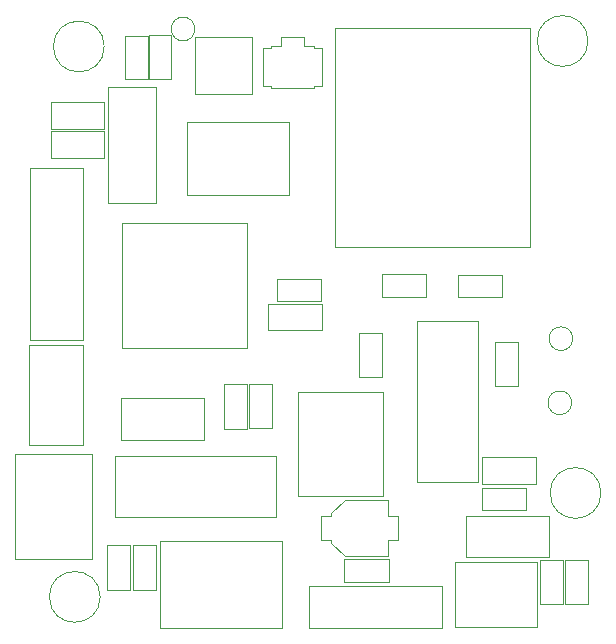
<source format=gbr>
%TF.GenerationSoftware,KiCad,Pcbnew,8.0.4-8.0.4-0~ubuntu24.04.1*%
%TF.CreationDate,2024-09-01T12:42:58+03:00*%
%TF.ProjectId,communication_body,636f6d6d-756e-4696-9361-74696f6e5f62,rev?*%
%TF.SameCoordinates,Original*%
%TF.FileFunction,Other,User*%
%FSLAX46Y46*%
G04 Gerber Fmt 4.6, Leading zero omitted, Abs format (unit mm)*
G04 Created by KiCad (PCBNEW 8.0.4-8.0.4-0~ubuntu24.04.1) date 2024-09-01 12:42:58*
%MOMM*%
%LPD*%
G01*
G04 APERTURE LIST*
%ADD10C,0.050000*%
G04 APERTURE END LIST*
D10*
%TO.C,J7*%
X117970000Y-112402500D02*
X111440000Y-112402500D01*
X117970000Y-112402500D02*
X117970000Y-121302500D01*
X111440000Y-112402500D02*
X111440000Y-121302500D01*
X117970000Y-121302500D02*
X111440000Y-121302500D01*
%TO.C,J5*%
X112665000Y-103165000D02*
X112665000Y-111665000D01*
X112665000Y-111665000D02*
X117165000Y-111665000D01*
X117165000Y-103165000D02*
X112665000Y-103165000D01*
X117165000Y-111665000D02*
X117165000Y-103165000D01*
%TO.C,J4*%
X148715000Y-121565000D02*
X148715000Y-127065000D01*
X148715000Y-127065000D02*
X155615000Y-127065000D01*
X155615000Y-121565000D02*
X148715000Y-121565000D01*
X155615000Y-127065000D02*
X155615000Y-121565000D01*
%TO.C,C11*%
X137360000Y-117625000D02*
X137360000Y-119725000D01*
X137360000Y-119725000D02*
X138210000Y-119725000D01*
X138210000Y-117425000D02*
X138210000Y-117625000D01*
X138210000Y-117425000D02*
X139360000Y-116275000D01*
X138210000Y-117625000D02*
X137360000Y-117625000D01*
X138210000Y-119725000D02*
X138210000Y-119925000D01*
X138210000Y-119925000D02*
X139360000Y-121075000D01*
X139360000Y-116275000D02*
X143010000Y-116275000D01*
X139360000Y-121075000D02*
X143010000Y-121075000D01*
X143010000Y-116275000D02*
X143010000Y-117625000D01*
X143010000Y-117625000D02*
X143860000Y-117625000D01*
X143010000Y-119725000D02*
X143010000Y-121075000D01*
X143860000Y-117625000D02*
X143860000Y-119725000D01*
X143860000Y-119725000D02*
X143010000Y-119725000D01*
%TO.C,R4*%
X155915000Y-121415000D02*
X157815000Y-121415000D01*
X155915000Y-125115000D02*
X155915000Y-121415000D01*
X157815000Y-121415000D02*
X157815000Y-125115000D01*
X157815000Y-125115000D02*
X155915000Y-125115000D01*
%TO.C,AE2*%
X132425000Y-78035000D02*
X133125000Y-78035000D01*
X132425000Y-81235000D02*
X132425000Y-78035000D01*
X132425000Y-81235000D02*
X133125000Y-81235000D01*
X133125000Y-77835000D02*
X133125000Y-78035000D01*
X133125000Y-77835000D02*
X133925000Y-77835000D01*
X133125000Y-81235000D02*
X133125000Y-81435000D01*
X133125000Y-81435000D02*
X136725000Y-81435000D01*
X133925000Y-77135000D02*
X135925000Y-77135000D01*
X133925000Y-77835000D02*
X133925000Y-77135000D01*
X135925000Y-77835000D02*
X135925000Y-77135000D01*
X135925000Y-77835000D02*
X136725000Y-77835000D01*
X136725000Y-77835000D02*
X136725000Y-78035000D01*
X136725000Y-78035000D02*
X137425000Y-78035000D01*
X136725000Y-81235000D02*
X136725000Y-81435000D01*
X136725000Y-81235000D02*
X137425000Y-81235000D01*
X137425000Y-81235000D02*
X137425000Y-78035000D01*
%TO.C,SW1*%
X119315000Y-81365000D02*
X123415000Y-81365000D01*
X119315000Y-91165000D02*
X119315000Y-81365000D01*
X123415000Y-81365000D02*
X123415000Y-91165000D01*
X123415000Y-91165000D02*
X119315000Y-91165000D01*
%TO.C,U2*%
X123690000Y-119752500D02*
X123690000Y-127152500D01*
X123690000Y-127152500D02*
X134090000Y-127152500D01*
X134090000Y-119752500D02*
X123690000Y-119752500D01*
X134090000Y-127152500D02*
X134090000Y-119752500D01*
%TO.C,R3*%
X150975000Y-115285000D02*
X154675000Y-115285000D01*
X150975000Y-117185000D02*
X150975000Y-115285000D01*
X154675000Y-115285000D02*
X154675000Y-117185000D01*
X154675000Y-117185000D02*
X150975000Y-117185000D01*
%TO.C,J6*%
X112715000Y-88215000D02*
X112715000Y-102715000D01*
X112715000Y-102715000D02*
X117215000Y-102715000D01*
X117215000Y-88215000D02*
X112715000Y-88215000D01*
X117215000Y-102715000D02*
X117215000Y-88215000D01*
%TO.C,D1*%
X132835000Y-99695000D02*
X137395000Y-99695000D01*
X132835000Y-101935000D02*
X132835000Y-99695000D01*
X137395000Y-99695000D02*
X137395000Y-101935000D01*
X137395000Y-101935000D02*
X132835000Y-101935000D01*
%TO.C,J1*%
X125985000Y-84295000D02*
X125985000Y-90445000D01*
X125985000Y-90445000D02*
X134635000Y-90445000D01*
X134635000Y-84295000D02*
X125985000Y-84295000D01*
X134635000Y-90445000D02*
X134635000Y-84295000D01*
%TO.C,TP3*%
X158575000Y-108065000D02*
G75*
G02*
X156575000Y-108065000I-1000000J0D01*
G01*
X156575000Y-108065000D02*
G75*
G02*
X158575000Y-108065000I1000000J0D01*
G01*
%TO.C,TP2*%
X126670000Y-76420000D02*
G75*
G02*
X124670000Y-76420000I-1000000J0D01*
G01*
X124670000Y-76420000D02*
G75*
G02*
X126670000Y-76420000I1000000J0D01*
G01*
%TO.C,D5*%
X149665000Y-117615000D02*
X156665000Y-117615000D01*
X149665000Y-121115000D02*
X149665000Y-117615000D01*
X156665000Y-117615000D02*
X156665000Y-121115000D01*
X156665000Y-121115000D02*
X149665000Y-121115000D01*
%TO.C,C10*%
X139335000Y-121265000D02*
X143095000Y-121265000D01*
X139335000Y-123225000D02*
X139335000Y-121265000D01*
X143095000Y-121265000D02*
X143095000Y-123225000D01*
X143095000Y-123225000D02*
X139335000Y-123225000D01*
%TO.C,H2*%
X118995000Y-77900000D02*
G75*
G02*
X114695000Y-77900000I-2150000J0D01*
G01*
X114695000Y-77900000D02*
G75*
G02*
X118995000Y-77900000I2150000J0D01*
G01*
%TO.C,D4*%
X120437500Y-107677500D02*
X127437500Y-107677500D01*
X120437500Y-111177500D02*
X120437500Y-107677500D01*
X127437500Y-107677500D02*
X127437500Y-111177500D01*
X127437500Y-111177500D02*
X120437500Y-111177500D01*
%TO.C,H4*%
X118650000Y-124500000D02*
G75*
G02*
X114350000Y-124500000I-2150000J0D01*
G01*
X114350000Y-124500000D02*
G75*
G02*
X118650000Y-124500000I2150000J0D01*
G01*
%TO.C,C4*%
X131220000Y-106460000D02*
X133180000Y-106460000D01*
X131220000Y-110220000D02*
X131220000Y-106460000D01*
X133180000Y-106460000D02*
X133180000Y-110220000D01*
X133180000Y-110220000D02*
X131220000Y-110220000D01*
%TO.C,C1*%
X152075000Y-102885000D02*
X154035000Y-102885000D01*
X152075000Y-106645000D02*
X152075000Y-102885000D01*
X154035000Y-102885000D02*
X154035000Y-106645000D01*
X154035000Y-106645000D02*
X152075000Y-106645000D01*
%TO.C,AE1*%
X126705000Y-77105000D02*
X131485000Y-77105000D01*
X126705000Y-81885000D02*
X126705000Y-77105000D01*
X126705000Y-81885000D02*
X131485000Y-81885000D01*
X131485000Y-81885000D02*
X131485000Y-77105000D01*
%TO.C,U4*%
X135365000Y-107135000D02*
X135365000Y-115935000D01*
X135365000Y-115935000D02*
X142565000Y-115935000D01*
X142565000Y-107135000D02*
X135365000Y-107135000D01*
X142565000Y-115935000D02*
X142565000Y-107135000D01*
%TO.C,C3*%
X142492500Y-97185000D02*
X146252500Y-97185000D01*
X142492500Y-99145000D02*
X142492500Y-97185000D01*
X146252500Y-97185000D02*
X146252500Y-99145000D01*
X146252500Y-99145000D02*
X142492500Y-99145000D01*
%TO.C,Y1*%
X145465000Y-101165000D02*
X145465000Y-114765000D01*
X145465000Y-114765000D02*
X150665000Y-114765000D01*
X150665000Y-101165000D02*
X145465000Y-101165000D01*
X150665000Y-114765000D02*
X150665000Y-101165000D01*
%TO.C,R6*%
X120770000Y-76970000D02*
X122670000Y-76970000D01*
X120770000Y-80670000D02*
X120770000Y-76970000D01*
X122670000Y-76970000D02*
X122670000Y-80670000D01*
X122670000Y-80670000D02*
X120770000Y-80670000D01*
%TO.C,Y2*%
X119915000Y-112565000D02*
X119915000Y-117765000D01*
X119915000Y-117765000D02*
X133515000Y-117765000D01*
X133515000Y-112565000D02*
X119915000Y-112565000D01*
X133515000Y-117765000D02*
X133515000Y-112565000D01*
%TO.C,TP1*%
X158665000Y-102635000D02*
G75*
G02*
X156665000Y-102635000I-1000000J0D01*
G01*
X156665000Y-102635000D02*
G75*
G02*
X158665000Y-102635000I1000000J0D01*
G01*
%TO.C,D6*%
X114450000Y-82620000D02*
X119010000Y-82620000D01*
X114450000Y-84860000D02*
X114450000Y-82620000D01*
X119010000Y-82620000D02*
X119010000Y-84860000D01*
X119010000Y-84860000D02*
X114450000Y-84860000D01*
%TO.C,C6*%
X129120000Y-106497500D02*
X131080000Y-106497500D01*
X129120000Y-110257500D02*
X129120000Y-106497500D01*
X131080000Y-106497500D02*
X131080000Y-110257500D01*
X131080000Y-110257500D02*
X129120000Y-110257500D01*
%TO.C,H1*%
X161050000Y-115700000D02*
G75*
G02*
X156750000Y-115700000I-2150000J0D01*
G01*
X156750000Y-115700000D02*
G75*
G02*
X161050000Y-115700000I2150000J0D01*
G01*
%TO.C,J2*%
X136365000Y-123565000D02*
X136365000Y-127165000D01*
X136365000Y-127165000D02*
X147565000Y-127165000D01*
X147565000Y-123565000D02*
X136365000Y-123565000D01*
X147565000Y-127165000D02*
X147565000Y-123565000D01*
%TO.C,C7*%
X119195000Y-120145000D02*
X121155000Y-120145000D01*
X119195000Y-123905000D02*
X119195000Y-120145000D01*
X121155000Y-120145000D02*
X121155000Y-123905000D01*
X121155000Y-123905000D02*
X119195000Y-123905000D01*
%TO.C,C2*%
X140585000Y-102135000D02*
X142545000Y-102135000D01*
X140585000Y-105895000D02*
X140585000Y-102135000D01*
X142545000Y-102135000D02*
X142545000Y-105895000D01*
X142545000Y-105895000D02*
X140585000Y-105895000D01*
%TO.C,U3*%
X120465000Y-92815000D02*
X131065000Y-92815000D01*
X120465000Y-103415000D02*
X120465000Y-92815000D01*
X120465000Y-103415000D02*
X131065000Y-103415000D01*
X131065000Y-103415000D02*
X131065000Y-92815000D01*
%TO.C,R1*%
X148975000Y-97225000D02*
X152675000Y-97225000D01*
X148975000Y-99125000D02*
X148975000Y-97225000D01*
X152675000Y-97225000D02*
X152675000Y-99125000D01*
X152675000Y-99125000D02*
X148975000Y-99125000D01*
%TO.C,D3*%
X114450000Y-85080000D02*
X119010000Y-85080000D01*
X114450000Y-87320000D02*
X114450000Y-85080000D01*
X119010000Y-85080000D02*
X119010000Y-87320000D01*
X119010000Y-87320000D02*
X114450000Y-87320000D01*
%TO.C,H3*%
X159950000Y-77435000D02*
G75*
G02*
X155650000Y-77435000I-2150000J0D01*
G01*
X155650000Y-77435000D02*
G75*
G02*
X159950000Y-77435000I2150000J0D01*
G01*
%TO.C,D2*%
X150995000Y-112695000D02*
X155555000Y-112695000D01*
X150995000Y-114935000D02*
X150995000Y-112695000D01*
X155555000Y-112695000D02*
X155555000Y-114935000D01*
X155555000Y-114935000D02*
X150995000Y-114935000D01*
%TO.C,R5*%
X122760000Y-76960000D02*
X124660000Y-76960000D01*
X122760000Y-80660000D02*
X122760000Y-76960000D01*
X124660000Y-76960000D02*
X124660000Y-80660000D01*
X124660000Y-80660000D02*
X122760000Y-80660000D01*
%TO.C,C8*%
X157985000Y-121347500D02*
X159945000Y-121347500D01*
X157985000Y-125107500D02*
X157985000Y-121347500D01*
X159945000Y-121347500D02*
X159945000Y-125107500D01*
X159945000Y-125107500D02*
X157985000Y-125107500D01*
%TO.C,R2*%
X133665000Y-97565000D02*
X137365000Y-97565000D01*
X133665000Y-99465000D02*
X133665000Y-97565000D01*
X137365000Y-97565000D02*
X137365000Y-99465000D01*
X137365000Y-99465000D02*
X133665000Y-99465000D01*
%TO.C,U1*%
X138565000Y-76355000D02*
X155065000Y-76355000D01*
X138565000Y-94855000D02*
X138565000Y-76355000D01*
X155065000Y-94855000D02*
X138565000Y-94855000D01*
X155065000Y-94855000D02*
X155065000Y-76355000D01*
%TO.C,C9*%
X121455000Y-120135000D02*
X123415000Y-120135000D01*
X121455000Y-123895000D02*
X121455000Y-120135000D01*
X123415000Y-120135000D02*
X123415000Y-123895000D01*
X123415000Y-123895000D02*
X121455000Y-123895000D01*
%TD*%
M02*

</source>
